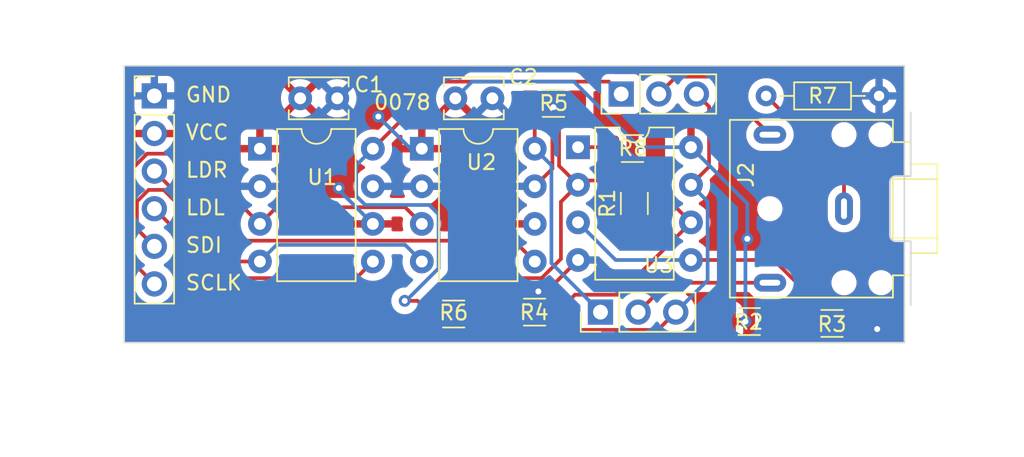
<source format=kicad_pcb>
(kicad_pcb (version 20221018) (generator pcbnew)
  (layers (0 "F.Cu" signal) (31 "B.Cu" signal) (34 "B.Paste" user) (35 "F.Paste" user) (36 "B.SilkS" user "B.Silkscreen") (37 "F.SilkS" user "F.Silkscreen") (38 "B.Mask" user) (39 "F.Mask" user) (44 "Edge.Cuts" user))
  (net 0 "")
  (net 1 "VCC")
  (net 2 "GND")
  (net 3 "Net-(J1-Pin_3)")
  (net 4 "Net-(J1-Pin_4)")
  (net 5 "Net-(J1-Pin_5)")
  (net 6 "Net-(J1-Pin_6)")
  (net 7 "Net-(J4-Pin_2)")
  (net 8 "Net-(J2-PadS)")
  (net 9 "Net-(J3-Pin_2)")
  (net 10 "Net-(J3-Pin_1)")
  (net 11 "Net-(J3-Pin_3)")
  (net 12 "Net-(J4-Pin_1)")
  (net 13 "Net-(U3B--)")
  (net 14 "Net-(U3A--)")
  (net 15 "Net-(U3A-+)")
  (net 16 "Net-(R1-Pad1)")
  (footprint "Connector_PinHeader_2.54mm:PinHeader_1x06_P2.54mm_Vertical" (layer "F.Cu") (at 147.066 113.792)
    (fp_text reference "J1" hide)
    (fp_text value "Conn_01x06" hide)
    (fp_line (start -1.33 -1.33) (end 0 -1.33) (stroke (width 0.12)) (layer "F.SilkS"))
    (fp_line (start -1.33 0) (end -1.33 -1.33) (stroke (width 0.12)) (layer "F.SilkS"))
    (fp_line (start -1.33 1.27) (end -1.33 14.03) (stroke (width 0.12)) (layer "F.SilkS"))
    (fp_line (start -1.33 1.27) (end 1.33 1.27) (stroke (width 0.12)) (layer "F.SilkS"))
    (fp_line (start -1.33 14.03) (end 1.33 14.03) (stroke (width 0.12)) (layer "F.SilkS"))
    (fp_line (start 1.33 1.27) (end 1.33 14.03) (stroke (width 0.12)) (layer "F.SilkS"))
    (pad "1" thru_hole rect (at 0 0) (size 1.7 1.7) (drill 1) (layers "*.Cu" "*.Mask") (net 2 "GND"))
    (pad "2" thru_hole oval (at 0 2.54) (size 1.7 1.7) (drill 1) (layers "*.Cu" "*.Mask") (net 1 "VCC"))
    (pad "3" thru_hole oval (at 0 5.08) (size 1.7 1.7) (drill 1) (layers "*.Cu" "*.Mask") (net 3 "Net-(J1-Pin_3)"))
    (pad "4" thru_hole oval (at 0 7.62) (size 1.7 1.7) (drill 1) (layers "*.Cu" "*.Mask") (net 4 "Net-(J1-Pin_4)"))
    (pad "5" thru_hole oval (at 0 10.16) (size 1.7 1.7) (drill 1) (layers "*.Cu" "*.Mask") (net 5 "Net-(J1-Pin_5)"))
    (pad "6" thru_hole oval (at 0 12.7) (size 1.7 1.7) (drill 1) (layers "*.Cu" "*.Mask") (net 6 "Net-(J1-Pin_6)"))
  )
  (footprint "Connector_Audio:Jack_3.5mm_CUI_SJ1-3523N_Horizontal" (layer "F.Cu") (at 193.595 121.412 90)
    (fp_text reference "J2" (at 2.286 -6.604 90) (layer "F.SilkS"))
    (fp_text value "AudioJack3")
    (fp_line (start -6 -7.7) (end 6 -7.7) (stroke (width 0.12)) (layer "F.SilkS"))
    (fp_line (start -6 3.3) (end -6 -7.7) (stroke (width 0.12)) (layer "F.SilkS"))
    (fp_line (start -4.5 3.3) (end -6 3.3) (stroke (width 0.12)) (layer "F.SilkS"))
    (fp_line (start -4.5 4.5) (end -4.5 3.3) (stroke (width 0.12)) (layer "F.SilkS"))
    (fp_line (start -3 4.5) (end -4.5 4.5) (stroke (width 0.12)) (layer "F.SilkS"))
    (fp_line (start -3 6.3) (end -3 4.5) (stroke (width 0.12)) (layer "F.SilkS"))
    (fp_line (start -2 3.3) (end -2 6.3) (stroke (width 0.12)) (layer "F.SilkS"))
    (fp_line (start 2 3.3) (end -2 3.3) (stroke (width 0.12)) (layer "F.SilkS"))
    (fp_line (start 2 6.3) (end 2 3.3) (stroke (width 0.12)) (layer "F.SilkS"))
    (fp_line (start 3 4.5) (end 3 6.3) (stroke (width 0.12)) (layer "F.SilkS"))
    (fp_line (start 3 6.3) (end -3 6.3) (stroke (width 0.12)) (layer "F.SilkS"))
    (fp_line (start 4.5 3.3) (end 4.5 4.5) (stroke (width 0.12)) (layer "F.SilkS"))
    (fp_line (start 4.5 4.5) (end 3 4.5) (stroke (width 0.12)) (layer "F.SilkS"))
    (fp_line (start 6 -7.7) (end 6 3.3) (stroke (width 0.12)) (layer "F.SilkS"))
    (fp_line (start 6 3.3) (end 4.5 3.3) (stroke (width 0.12)) (layer "F.SilkS"))
    (fp_line (start -2.2 3.5) (end -2.2 4.5) (stroke (width 0.12)) (layer "Edge.Cuts"))
    (fp_line (start -2.2 4.5) (end -6.5 4.5) (stroke (width 0.12)) (layer "Edge.Cuts"))
    (fp_line (start 1.8 3.1) (end -1.8 3.1) (stroke (width 0.12)) (layer "Edge.Cuts"))
    (fp_line (start 2.2 3.5) (end 2.2 4.5) (stroke (width 0.12)) (layer "Edge.Cuts"))
    (fp_line (start 2.2 4.5) (end 6.5 4.5) (stroke (width 0.12)) (layer "Edge.Cuts"))
    (fp_arc (start -2.2 3.5) (mid -2.082843 3.217158) (end -1.8 3.1) (stroke (width 0.12)) (layer "Edge.Cuts"))
    (fp_arc (start 1.8 3.1) (mid 2.082843 3.217157) (end 2.2 3.5) (stroke (width 0.12)) (layer "Edge.Cuts"))
    (pad "" np_thru_hole circle (at -5 0 90) (size 1.2 1.2) (drill 1.2) (layers "F&B.Cu" "*.Mask"))
    (pad "" np_thru_hole circle (at -5 2.5 90) (size 1.2 1.2) (drill 1.2) (layers "F&B.Cu" "*.Mask"))
    (pad "" np_thru_hole circle (at 0 -5 90) (size 1.2 1.2) (drill 1.2) (layers "F&B.Cu" "*.Mask"))
    (pad "" np_thru_hole circle (at 5 0 90) (size 1.2 1.2) (drill 1.2) (layers "F&B.Cu" "*.Mask"))
    (pad "" np_thru_hole circle (at 5 2.5 90) (size 1.2 1.2) (drill 1.2) (layers "F&B.Cu" "*.Mask"))
    (pad "R" thru_hole oval (at -5 -5 90) (size 1.2 2.2) (drill oval 0.4 1.4) (layers "*.Cu" "*.Mask") (net 7 "Net-(J4-Pin_2)"))
    (pad "S" thru_hole oval (at 0 0 90) (size 2.2 1.2) (drill oval 1.4 0.4) (layers "*.Cu" "*.Mask") (net 8 "Net-(J2-PadS)"))
    (pad "T" thru_hole oval (at 5 -5 270) (size 1.2 2.2) (drill oval 0.4 1.4) (layers "*.Cu" "*.Mask") (net 9 "Net-(J3-Pin_2)"))
  )
  (footprint "Resistor_SMD:R_1206_3216Metric_Pad1.30x1.75mm_HandSolder" (layer "F.Cu") (at 192.786 129.159)
    (fp_text reference "R3" (at 0.001529 0.055212) (layer "F.SilkS"))
    (fp_text value "10K")
    (fp_line (start -0.727064 -0.91) (end 0.727064 -0.91) (stroke (width 0.12)) (layer "F.SilkS"))
    (fp_line (start -0.727064 0.91) (end 0.727064 0.91) (stroke (width 0.12)) (layer "F.SilkS"))
    (pad "1" smd roundrect (at -1.55 0) (size 1.3 1.75) (layers "F.Cu" "F.Paste" "F.Mask") (roundrect_rratio 0.1923076923) (net 15 "Net-(U3A-+)"))
    (pad "2" smd roundrect (at 1.55 0) (size 1.3 1.75) (layers "F.Cu" "F.Paste" "F.Mask") (roundrect_rratio 0.1923076923) (net 2 "GND"))
  )
  (footprint "Connector_PinHeader_2.54mm:PinHeader_1x03_P2.54mm_Vertical" (layer "F.Cu") (at 178.562 113.665 90)
    (fp_text reference "J3" hide)
    (fp_text value "Conn_01x03" hide)
    (fp_line (start -1.33 -1.33) (end 0 -1.33) (stroke (width 0.12)) (layer "F.SilkS"))
    (fp_line (start -1.33 0) (end -1.33 -1.33) (stroke (width 0.12)) (layer "F.SilkS"))
    (fp_line (start -1.33 1.27) (end -1.33 6.41) (stroke (width 0.12)) (layer "F.SilkS"))
    (fp_line (start -1.33 1.27) (end 1.33 1.27) (stroke (width 0.12)) (layer "F.SilkS"))
    (fp_line (start -1.33 6.41) (end 1.33 6.41) (stroke (width 0.12)) (layer "F.SilkS"))
    (fp_line (start 1.33 1.27) (end 1.33 6.41) (stroke (width 0.12)) (layer "F.SilkS"))
    (pad "1" thru_hole rect (at 0 0 90) (size 1.7 1.7) (drill 1) (layers "*.Cu" "*.Mask") (net 10 "Net-(J3-Pin_1)"))
    (pad "2" thru_hole oval (at 0 2.54 90) (size 1.7 1.7) (drill 1) (layers "*.Cu" "*.Mask") (net 9 "Net-(J3-Pin_2)"))
    (pad "3" thru_hole oval (at 0 5.08 90) (size 1.7 1.7) (drill 1) (layers "*.Cu" "*.Mask") (net 11 "Net-(J3-Pin_3)"))
  )
  (footprint "Resistor_SMD:R_1206_3216Metric_Pad1.30x1.75mm_HandSolder" (layer "F.Cu") (at 187.198 129.032)
    (fp_text reference "R2" (at -0.029219 0.033278) (layer "F.SilkS"))
    (fp_text value "10K")
    (fp_line (start -0.727064 -0.91) (end 0.727064 -0.91) (stroke (width 0.12)) (layer "F.SilkS"))
    (fp_line (start -0.727064 0.91) (end 0.727064 0.91) (stroke (width 0.12)) (layer "F.SilkS"))
    (pad "1" smd roundrect (at -1.55 0) (size 1.3 1.75) (layers "F.Cu" "F.Paste" "F.Mask") (roundrect_rratio 0.1923076923) (net 1 "VCC"))
    (pad "2" smd roundrect (at 1.55 0) (size 1.3 1.75) (layers "F.Cu" "F.Paste" "F.Mask") (roundrect_rratio 0.1923076923) (net 15 "Net-(U3A-+)"))
  )
  (footprint "Package_DIP:DIP-8_W7.62mm" (layer "F.Cu") (at 165.11 117.358)
    (fp_text reference "U2" (at 4.02 0.914) (layer "F.SilkS"))
    (fp_text value "DAC7611")
    (fp_line (start 1.16 -1.33) (end 1.16 8.95) (stroke (width 0.12)) (layer "F.SilkS"))
    (fp_line (start 1.16 8.95) (end 6.46 8.95) (stroke (width 0.12)) (layer "F.SilkS"))
    (fp_line (start 2.81 -1.33) (end 1.16 -1.33) (stroke (width 0.12)) (layer "F.SilkS"))
    (fp_line (start 6.46 -1.33) (end 4.81 -1.33) (stroke (width 0.12)) (layer "F.SilkS"))
    (fp_line (start 6.46 8.95) (end 6.46 -1.33) (stroke (width 0.12)) (layer "F.SilkS"))
    (fp_arc (start 4.81 -1.33) (mid 3.81 -0.33) (end 2.81 -1.33) (stroke (width 0.12)) (layer "F.SilkS"))
    (pad "1" thru_hole rect (at 0 0) (size 1.6 1.6) (drill 0.8) (layers "*.Cu" "*.Mask") (net 1 "VCC"))
    (pad "2" thru_hole oval (at 0 2.54) (size 1.6 1.6) (drill 0.8) (layers "*.Cu" "*.Mask") (net 2 "GND"))
    (pad "3" thru_hole oval (at 0 5.08) (size 1.6 1.6) (drill 0.8) (layers "*.Cu" "*.Mask") (net 6 "Net-(J1-Pin_6)"))
    (pad "4" thru_hole oval (at 0 7.62) (size 1.6 1.6) (drill 0.8) (layers "*.Cu" "*.Mask") (net 5 "Net-(J1-Pin_5)"))
    (pad "5" thru_hole oval (at 7.62 7.62) (size 1.6 1.6) (drill 0.8) (layers "*.Cu" "*.Mask") (net 3 "Net-(J1-Pin_3)"))
    (pad "6" thru_hole oval (at 7.62 5.08) (size 1.6 1.6) (drill 0.8) (layers "*.Cu" "*.Mask") (net 1 "VCC"))
    (pad "7" thru_hole oval (at 7.62 2.54) (size 1.6 1.6) (drill 0.8) (layers "*.Cu" "*.Mask") (net 2 "GND"))
    (pad "8" thru_hole oval (at 7.62 0) (size 1.6 1.6) (drill 0.8) (layers "*.Cu" "*.Mask") (net 12 "Net-(J4-Pin_1)"))
  )
  (footprint "Capacitor_THT:C_Disc_D3.8mm_W2.6mm_P2.50mm" (layer "F.Cu") (at 167.372 113.954)
    (fp_text reference "C2" (at 4.586 -1.432) (layer "F.SilkS"))
    (fp_text value "100nF")
    (fp_line (start -0.77 -1.42) (end -0.77 -0.795) (stroke (width 0.12)) (layer "F.SilkS"))
    (fp_line (start -0.77 -1.42) (end 3.27 -1.42) (stroke (width 0.12)) (layer "F.SilkS"))
    (fp_line (start -0.77 0.795) (end -0.77 1.42) (stroke (width 0.12)) (layer "F.SilkS"))
    (fp_line (start -0.77 1.42) (end 3.27 1.42) (stroke (width 0.12)) (layer "F.SilkS"))
    (fp_line (start 3.27 -1.42) (end 3.27 -0.795) (stroke (width 0.12)) (layer "F.SilkS"))
    (fp_line (start 3.27 0.795) (end 3.27 1.42) (stroke (width 0.12)) (layer "F.SilkS"))
    (pad "1" thru_hole circle (at 0 0) (size 1.6 1.6) (drill 0.8) (layers "*.Cu" "*.Mask") (net 1 "VCC"))
    (pad "2" thru_hole circle (at 2.5 0) (size 1.6 1.6) (drill 0.8) (layers "*.Cu" "*.Mask") (net 2 "GND"))
  )
  (footprint "Connector_PinHeader_2.54mm:PinHeader_1x03_P2.54mm_Vertical" (layer "F.Cu") (at 177.165 128.397 90)
    (fp_text reference "J4" hide)
    (fp_text value "Conn_01x03" hide)
    (fp_line (start -1.33 -1.33) (end 0 -1.33) (stroke (width 0.12)) (layer "F.SilkS"))
    (fp_line (start -1.33 0) (end -1.33 -1.33) (stroke (width 0.12)) (layer "F.SilkS"))
    (fp_line (start -1.33 1.27) (end -1.33 6.41) (stroke (width 0.12)) (layer "F.SilkS"))
    (fp_line (start -1.33 1.27) (end 1.33 1.27) (stroke (width 0.12)) (layer "F.SilkS"))
    (fp_line (start -1.33 6.41) (end 1.33 6.41) (stroke (width 0.12)) (layer "F.SilkS"))
    (fp_line (start 1.33 1.27) (end 1.33 6.41) (stroke (width 0.12)) (layer "F.SilkS"))
    (pad "1" thru_hole rect (at 0 0 90) (size 1.7 1.7) (drill 1) (layers "*.Cu" "*.Mask") (net 12 "Net-(J4-Pin_1)"))
    (pad "2" thru_hole oval (at 0 2.54 90) (size 1.7 1.7) (drill 1) (layers "*.Cu" "*.Mask") (net 7 "Net-(J4-Pin_2)"))
    (pad "3" thru_hole oval (at 0 5.08 90) (size 1.7 1.7) (drill 1) (layers "*.Cu" "*.Mask") (net 11 "Net-(J3-Pin_3)"))
  )
  (footprint "Resistor_SMD:R_1206_3216Metric_Pad1.30x1.75mm_HandSolder" (layer "F.Cu") (at 179.324 117.348 180)
    (fp_text reference "R8" (at -0.028069 0.012189) (layer "F.SilkS"))
    (fp_text value "10K" hide)
    (fp_line (start -0.727064 -0.91) (end 0.727064 -0.91) (stroke (width 0.12)) (layer "F.SilkS"))
    (fp_line (start -0.727064 0.91) (end 0.727064 0.91) (stroke (width 0.12)) (layer "F.SilkS"))
    (pad "1" smd roundrect (at -1.55 0 180) (size 1.3 1.75) (layers "F.Cu" "F.Paste" "F.Mask") (roundrect_rratio 0.1923076923) (net 13 "Net-(U3B--)"))
    (pad "2" smd roundrect (at 1.55 0 180) (size 1.3 1.75) (layers "F.Cu" "F.Paste" "F.Mask") (roundrect_rratio 0.1923076923) (net 16 "Net-(R1-Pad1)"))
  )
  (footprint "Capacitor_THT:C_Disc_D3.8mm_W2.6mm_P2.50mm" (layer "F.Cu") (at 156.906 113.954)
    (fp_text reference "C1" (at 4.638 -0.924) (layer "F.SilkS"))
    (fp_text value "100nF")
    (fp_line (start -0.77 -1.42) (end -0.77 -0.795) (stroke (width 0.12)) (layer "F.SilkS"))
    (fp_line (start -0.77 -1.42) (end 3.27 -1.42) (stroke (width 0.12)) (layer "F.SilkS"))
    (fp_line (start -0.77 0.795) (end -0.77 1.42) (stroke (width 0.12)) (layer "F.SilkS"))
    (fp_line (start -0.77 1.42) (end 3.27 1.42) (stroke (width 0.12)) (layer "F.SilkS"))
    (fp_line (start 3.27 -1.42) (end 3.27 -0.795) (stroke (width 0.12)) (layer "F.SilkS"))
    (fp_line (start 3.27 0.795) (end 3.27 1.42) (stroke (width 0.12)) (layer "F.SilkS"))
    (pad "1" thru_hole circle (at 0 0) (size 1.6 1.6) (drill 0.8) (layers "*.Cu" "*.Mask") (net 1 "VCC"))
    (pad "2" thru_hole circle (at 2.5 0) (size 1.6 1.6) (drill 0.8) (layers "*.Cu" "*.Mask") (net 2 "GND"))
  )
  (footprint "Resistor_SMD:R_1206_3216Metric_Pad1.30x1.75mm_HandSolder" (layer "F.Cu") (at 173.99 114.3 180)
    (fp_text reference "R5" (at -0.021888 0.013876) (layer "F.SilkS"))
    (fp_text value "10K")
    (fp_line (start -0.727064 -0.91) (end 0.727064 -0.91) (stroke (width 0.12)) (layer "F.SilkS"))
    (fp_line (start -0.727064 0.91) (end 0.727064 0.91) (stroke (width 0.12)) (layer "F.SilkS"))
    (pad "1" smd roundrect (at -1.55 0 180) (size 1.3 1.75) (layers "F.Cu" "F.Paste" "F.Mask") (roundrect_rratio 0.1923076923) (net 14 "Net-(U3A--)"))
    (pad "2" smd roundrect (at 1.55 0 180) (size 1.3 1.75) (layers "F.Cu" "F.Paste" "F.Mask") (roundrect_rratio 0.1923076923) (net 12 "Net-(J4-Pin_1)"))
  )
  (footprint "Resistor_SMD:R_1206_3216Metric_Pad1.30x1.75mm_HandSolder" (layer "F.Cu") (at 179.451 121.057 90)
    (fp_text reference "R1" (at 0 -1.82 90) (layer "F.SilkS"))
    (fp_text value "10K")
    (fp_line (start -0.727064 -0.91) (end 0.727064 -0.91) (stroke (width 0.12)) (layer "F.SilkS"))
    (fp_line (start -0.727064 0.91) (end 0.727064 0.91) (stroke (width 0.12)) (layer "F.SilkS"))
    (pad "1" smd roundrect (at -1.55 0 90) (size 1.3 1.75) (layers "F.Cu" "F.Paste" "F.Mask") (roundrect_rratio 0.1923076923) (net 16 "Net-(R1-Pad1)"))
    (pad "2" smd roundrect (at 1.55 0 90) (size 1.3 1.75) (layers "F.Cu" "F.Paste" "F.Mask") (roundrect_rratio 0.1923076923) (net 14 "Net-(U3A--)"))
  )
  (footprint "Package_DIP:DIP-8_W7.62mm" (layer "F.Cu") (at 175.651 117.257)
    (fp_text reference "U3" (at 5.451 7.965) (layer "F.SilkS"))
    (fp_text value "LM358")
    (fp_line (start 1.16 -1.33) (end 1.16 8.95) (stroke (width 0.12)) (layer "F.SilkS"))
    (fp_line (start 1.16 8.95) (end 6.46 8.95) (stroke (width 0.12)) (layer "F.SilkS"))
    (fp_line (start 2.81 -1.33) (end 1.16 -1.33) (stroke (width 0.12)) (layer "F.SilkS"))
    (fp_line (start 6.46 -1.33) (end 4.81 -1.33) (stroke (width 0.12)) (layer "F.SilkS"))
    (fp_line (start 6.46 8.95) (end 6.46 -1.33) (stroke (width 0.12)) (layer "F.SilkS"))
    (fp_arc (start 4.81 -1.33) (mid 3.81 -0.33) (end 2.81 -1.33) (stroke (width 0.12)) (layer "F.SilkS"))
    (pad "1" thru_hole rect (at 0 0) (size 1.6 1.6) (drill 0.8) (layers "*.Cu" "*.Mask") (net 16 "Net-(R1-Pad1)"))
    (pad "2" thru_hole oval (at 0 2.54) (size 1.6 1.6) (drill 0.8) (layers "*.Cu" "*.Mask") (net 14 "Net-(U3A--)"))
    (pad "3" thru_hole oval (at 0 5.08) (size 1.6 1.6) (drill 0.8) (layers "*.Cu" "*.Mask") (net 15 "Net-(U3A-+)"))
    (pad "4" thru_hole oval (at 0 7.62) (size 1.6 1.6) (drill 0.8) (layers "*.Cu" "*.Mask") (net 2 "GND"))
    (pad "5" thru_hole oval (at 7.62 7.62) (size 1.6 1.6) (drill 0.8) (layers "*.Cu" "*.Mask") (net 15 "Net-(U3A-+)"))
    (pad "6" thru_hole oval (at 7.62 5.08) (size 1.6 1.6) (drill 0.8) (layers "*.Cu" "*.Mask") (net 13 "Net-(U3B--)"))
    (pad "7" thru_hole oval (at 7.62 2.54) (size 1.6 1.6) (drill 0.8) (layers "*.Cu" "*.Mask") (net 11 "Net-(J3-Pin_3)"))
    (pad "8" thru_hole oval (at 7.62 0) (size 1.6 1.6) (drill 0.8) (layers "*.Cu" "*.Mask") (net 1 "VCC"))
  )
  (footprint "Resistor_SMD:R_1206_3216Metric_Pad1.30x1.75mm_HandSolder" (layer "F.Cu") (at 172.72 128.397)
    (fp_text reference "R4" (at -0.030153 0.022709) (layer "F.SilkS"))
    (fp_text value "10K")
    (fp_line (start -0.727064 -0.91) (end 0.727064 -0.91) (stroke (width 0.12)) (layer "F.SilkS"))
    (fp_line (start -0.727064 0.91) (end 0.727064 0.91) (stroke (width 0.12)) (layer "F.SilkS"))
    (pad "1" smd roundrect (at -1.55 0) (size 1.3 1.75) (layers "F.Cu" "F.Paste" "F.Mask") (roundrect_rratio 0.1923076923) (net 11 "Net-(J3-Pin_3)"))
    (pad "2" smd roundrect (at 1.55 0) (size 1.3 1.75) (layers "F.Cu" "F.Paste" "F.Mask") (roundrect_rratio 0.1923076923) (net 13 "Net-(U3B--)"))
  )
  (footprint "Resistor_THT:R_Axial_DIN0204_L3.6mm_D1.6mm_P7.62mm_Horizontal" (layer "F.Cu") (at 188.341 113.792)
    (fp_text reference "R7" (at 3.81 0) (layer "F.SilkS"))
    (fp_text value "1K")
    (fp_line (start 0.94 0) (end 1.89 0) (stroke (width 0.12)) (layer "F.SilkS"))
    (fp_line (start 1.89 -0.92) (end 1.89 0.92) (stroke (width 0.12)) (layer "F.SilkS"))
    (fp_line (start 1.89 0.92) (end 5.73 0.92) (stroke (width 0.12)) (layer "F.SilkS"))
    (fp_line (start 5.73 -0.92) (end 1.89 -0.92) (stroke (width 0.12)) (layer "F.SilkS"))
    (fp_line (start 5.73 0.92) (end 5.73 -0.92) (stroke (width 0.12)) (layer "F.SilkS"))
    (fp_line (start 6.68 0) (end 5.73 0) (stroke (width 0.12)) (layer "F.SilkS"))
    (pad "1" thru_hole circle (at 0 0) (size 1.4 1.4) (drill 0.7) (layers "*.Cu" "*.Mask") (net 8 "Net-(J2-PadS)"))
    (pad "2" thru_hole oval (at 7.62 0) (size 1.4 1.4) (drill 0.7) (layers "*.Cu" "*.Mask") (net 2 "GND"))
  )
  (footprint "Package_DIP:DIP-8_W7.62mm" (layer "F.Cu") (at 154.188 117.358)
    (fp_text reference "U1" (at 4.202 1.93) (layer "F.SilkS"))
    (fp_text value "DAC7611")
    (fp_line (start 1.16 -1.33) (end 1.16 8.95) (stroke (width 0.12)) (layer "F.SilkS"))
    (fp_line (start 1.16 8.95) (end 6.46 8.95) (stroke (width 0.12)) (layer "F.SilkS"))
    (fp_line (start 2.81 -1.33) (end 1.16 -1.33) (stroke (width 0.12)) (layer "F.SilkS"))
    (fp_line (start 6.46 -1.33) (end 4.81 -1.33) (stroke (width 0.12)) (layer "F.SilkS"))
    (fp_line (start 6.46 8.95) (end 6.46 -1.33) (stroke (width 0.12)) (layer "F.SilkS"))
    (fp_arc (start 4.81 -1.33) (mid 3.81 -0.33) (end 2.81 -1.33) (stroke (width 0.12)) (layer "F.SilkS"))
    (pad "1" thru_hole rect (at 0 0) (size 1.6 1.6) (drill 0.8) (layers "*.Cu" "*.Mask") (net 1 "VCC"))
    (pad "2" thru_hole oval (at 0 2.54) (size 1.6 1.6) (drill 0.8) (layers "*.Cu" "*.Mask") (net 2 "GND"))
    (pad "3" thru_hole oval (at 0 5.08) (size 1.6 1.6) (drill 0.8) (layers "*.Cu" "*.Mask") (net 6 "Net-(J1-Pin_6)"))
    (pad "4" thru_hole oval (at 0 7.62) (size 1.6 1.6) (drill 0.8) (layers "*.Cu" "*.Mask") (net 5 "Net-(J1-Pin_5)"))
    (pad "5" thru_hole oval (at 7.62 7.62) (size 1.6 1.6) (drill 0.8) (layers "*.Cu" "*.Mask") (net 4 "Net-(J1-Pin_4)"))
    (pad "6" thru_hole oval (at 7.62 5.08) (size 1.6 1.6) (drill 0.8) (layers "*.Cu" "*.Mask") (net 1 "VCC"))
    (pad "7" thru_hole oval (at 7.62 2.54) (size 1.6 1.6) (drill 0.8) (layers "*.Cu" "*.Mask") (net 2 "GND"))
    (pad "8" thru_hole oval (at 7.62 0) (size 1.6 1.6) (drill 0.8) (layers "*.Cu" "*.Mask") (net 10 "Net-(J3-Pin_1)"))
  )
  (footprint "Resistor_SMD:R_1206_3216Metric_Pad1.30x1.75mm_HandSolder" (layer "F.Cu") (at 167.259 128.524 180)
    (fp_text reference "R6" (at -0.005358 0.087691) (layer "F.SilkS"))
    (fp_text value "10K")
    (fp_line (start -0.727064 -0.91) (end 0.727064 -0.91) (stroke (width 0.12)) (layer "F.SilkS"))
    (fp_line (start -0.727064 0.91) (end 0.727064 0.91) (stroke (width 0.12)) (layer "F.SilkS"))
    (pad "1" smd roundrect (at -1.55 0 180) (size 1.3 1.75) (layers "F.Cu" "F.Paste" "F.Mask") (roundrect_rratio 0.1923076923) (net 14 "Net-(U3A--)"))
    (pad "2" smd roundrect (at 1.55 0 180) (size 1.3 1.75) (layers "F.Cu" "F.Paste" "F.Mask") (roundrect_rratio 0.1923076923) (net 10 "Net-(J3-Pin_1)"))
  )
  (gr_rect (start 145.034 111.76) (end 197.667 130.452) (stroke (width 0.1)) (fill none) (layer "Edge.Cuts"))
  (gr_text "SDI" (at 149.098 124.46) (layer "F.SilkS") (effects (font (size 1 1)) (justify left bottom)))
  (gr_text "0078" (at 161.798 114.808) (layer "F.SilkS") (effects (font (size 1 1)) (justify left bottom)))
  (gr_text "GND" (at 149.098 114.3) (layer "F.SilkS") (effects (font (size 1 1)) (justify left bottom)))
  (gr_text "LDR" (at 149.098 119.38) (layer "F.SilkS") (effects (font (size 1 1)) (justify left bottom)))
  (gr_text "VCC" (at 149.098 116.84) (layer "F.SilkS") (effects (font (size 1 1)) (justify left bottom)))
  (gr_text "SCLK" (at 149.098 127) (layer "F.SilkS") (effects (font (size 1 1)) (justify left bottom)))
  (gr_text "LDL" (at 149.098 121.92) (layer "F.SilkS") (effects (font (size 1 1)) (justify left bottom)))
  (segment (start 185.648 129.032) (end 186.944 129.032) (width 0.25) (layer "F.Cu") (net 1))
  (via (at 162.179 115.189) (size 0.8) (drill 0.4) (layers "F.Cu" "B.Cu") (net 1))
  (via (at 159.512 120.015) (size 0.8) (drill 0.4) (layers "F.Cu" "B.Cu") (net 1))
  (via (at 186.944 129.032) (size 0.8) (drill 0.4) (layers "F.Cu" "B.Cu") (net 1))
  (via (at 187.071 123.444) (size 0.8) (drill 0.4) (layers "F.Cu" "B.Cu") (net 1))
  (segment (start 187.071 121.057) (end 183.271 117.257) (width 0.25) (layer "B.Cu") (net 1))
  (segment (start 179.804 117.257) (end 183.271 117.257) (width 0.25) (layer "B.Cu") (net 1))
  (segment (start 175.376 112.829) (end 179.804 117.257) (width 0.25) (layer "B.Cu") (net 1))
  (segment (start 164.348 117.358) (end 162.179 115.189) (width 0.25) (layer "B.Cu") (net 1))
  (segment (start 159.512 120.142) (end 159.512 120.015) (width 0.25) (layer "B.Cu") (net 1))
  (segment (start 167.372 113.954) (end 168.497 112.829) (width 0.25) (layer "B.Cu") (net 1))
  (segment (start 165.11 117.358) (end 164.348 117.358) (width 0.25) (layer "B.Cu") (net 1))
  (segment (start 186.944 129.032) (end 186.944 123.571) (width 0.25) (layer "B.Cu") (net 1))
  (segment (start 168.497 112.829) (end 175.376 112.829) (width 0.25) (layer "B.Cu") (net 1))
  (segment (start 161.808 122.438) (end 159.512 120.142) (width 0.25) (layer "B.Cu") (net 1))
  (segment (start 187.071 123.444) (end 187.071 121.057) (width 0.25) (layer "B.Cu") (net 1))
  (segment (start 186.944 123.571) (end 187.071 123.444) (width 0.25) (layer "B.Cu") (net 1))
  (segment (start 194.336 129.159) (end 195.453 129.159) (width 0.25) (layer "F.Cu") (net 2))
  (segment (start 175.651 124.877) (end 173.528 127) (width 0.25) (layer "F.Cu") (net 2))
  (segment (start 195.453 129.159) (end 195.834 129.54) (width 0.25) (layer "F.Cu") (net 2))
  (segment (start 172.73 119.898) (end 173.921 118.707) (width 0.25) (layer "F.Cu") (net 2))
  (segment (start 173.921 114.623) (end 173.99 114.554) (width 0.25) (layer "F.Cu") (net 2))
  (segment (start 173.921 118.707) (end 173.921 114.623) (width 0.25) (layer "F.Cu") (net 2))
  (segment (start 173.528 127) (end 172.974 127) (width 0.25) (layer "F.Cu") (net 2))
  (via (at 195.834 129.54) (size 0.8) (drill 0.4) (layers "F.Cu" "B.Cu") (net 2))
  (via (at 172.974 127) (size 0.8) (drill 0.4) (layers "F.Cu" "B.Cu") (net 2))
  (via (at 173.99 114.554) (size 0.8) (drill 0.4) (layers "F.Cu" "B.Cu") (net 2))
  (segment (start 151.765 123.571) (end 171.323 123.571) (width 0.25) (layer "F.Cu") (net 3))
  (segment (start 171.323 123.571) (end 172.73 124.978) (width 0.25) (layer "F.Cu") (net 3))
  (segment (start 147.066 118.872) (end 151.765 123.571) (width 0.25) (layer "F.Cu") (net 3))
  (segment (start 151.757 126.103) (end 160.683 126.103) (width 0.25) (layer "F.Cu") (net 4))
  (segment (start 147.066 121.412) (end 151.757 126.103) (width 0.25) (layer "F.Cu") (net 4))
  (segment (start 160.683 126.103) (end 161.808 124.978) (width 0.25) (layer "F.Cu") (net 4))
  (segment (start 152.535604 124.978) (end 154.188 124.978) (width 0.25) (layer "F.Cu") (net 5))
  (segment (start 146.673601 120.142698) (end 147.700302 120.142698) (width 0.25) (layer "F.Cu") (net 5))
  (segment (start 145.891 120.925299) (end 146.673601 120.142698) (width 0.25) (layer "F.Cu") (net 5))
  (segment (start 145.891 122.777) (end 145.891 120.925299) (width 0.25) (layer "F.Cu") (net 5))
  (segment (start 147.700302 120.142698) (end 152.535604 124.978) (width 0.25) (layer "F.Cu") (net 5))
  (segment (start 147.066 123.952) (end 145.891 122.777) (width 0.25) (layer "F.Cu") (net 5))
  (segment (start 155.313 123.853) (end 163.985 123.853) (width 0.25) (layer "B.Cu") (net 5))
  (segment (start 163.985 123.853) (end 165.11 124.978) (width 0.25) (layer "B.Cu") (net 5))
  (segment (start 154.188 124.978) (end 155.313 123.853) (width 0.25) (layer "B.Cu") (net 5))
  (segment (start 155.313 121.313) (end 163.985 121.313) (width 0.25) (layer "F.Cu") (net 6))
  (segment (start 154.188 122.438) (end 155.313 121.313) (width 0.25) (layer "F.Cu") (net 6))
  (segment (start 149.447 117.697) (end 154.188 122.438) (width 0.25) (layer "F.Cu") (net 6))
  (segment (start 145.441 118.835299) (end 146.579299 117.697) (width 0.25) (layer "F.Cu") (net 6))
  (segment (start 146.579299 117.697) (end 149.447 117.697) (width 0.25) (layer "F.Cu") (net 6))
  (segment (start 147.066 126.492) (end 145.441 124.867) (width 0.25) (layer "F.Cu") (net 6))
  (segment (start 163.985 121.313) (end 165.11 122.438) (width 0.25) (layer "F.Cu") (net 6))
  (segment (start 145.441 124.867) (end 145.441 118.835299) (width 0.25) (layer "F.Cu") (net 6))
  (segment (start 181.69 126.412) (end 188.595 126.412) (width 0.25) (layer "F.Cu") (net 7))
  (segment (start 179.705 128.397) (end 181.69 126.412) (width 0.25) (layer "F.Cu") (net 7))
  (segment (start 188.341 113.792) (end 193.595 119.046) (width 0.25) (layer "F.Cu") (net 8))
  (segment (start 193.595 119.046) (end 193.595 121.412) (width 0.25) (layer "F.Cu") (net 8))
  (segment (start 182.277 112.49) (end 184.673 112.49) (width 0.25) (layer "F.Cu") (net 9))
  (segment (start 184.673 112.49) (end 188.595 116.412) (width 0.25) (layer "F.Cu") (net 9))
  (segment (start 181.102 113.665) (end 182.277 112.49) (width 0.25) (layer "F.Cu") (net 9))
  (segment (start 164.82 127.635) (end 165.709 128.524) (width 0.25) (layer "F.Cu") (net 10))
  (segment (start 163.957 127.635) (end 164.82 127.635) (width 0.25) (layer "F.Cu") (net 10))
  (segment (start 161.808 117.358) (end 166.337 112.829) (width 0.25) (layer "F.Cu") (net 10))
  (segment (start 166.337 112.829) (end 177.726 112.829) (width 0.25) (layer "F.Cu") (net 10))
  (segment (start 177.726 112.829) (end 178.562 113.665) (width 0.25) (layer "F.Cu") (net 10))
  (via (at 163.957 127.635) (size 0.8) (drill 0.4) (layers "F.Cu" "B.Cu") (net 10))
  (segment (start 160.683 118.483) (end 160.683 120.551) (width 0.25) (layer "B.Cu") (net 10))
  (segment (start 165.608 121.158) (end 166.243 121.793) (width 0.25) (layer "B.Cu") (net 10))
  (segment (start 160.683 120.551) (end 161.29 121.158) (width 0.25) (layer "B.Cu") (net 10))
  (segment (start 166.243 121.793) (end 166.243 125.435991) (width 0.25) (layer "B.Cu") (net 10))
  (segment (start 161.29 121.158) (end 165.608 121.158) (width 0.25) (layer "B.Cu") (net 10))
  (segment (start 161.808 117.358) (end 160.683 118.483) (width 0.25) (layer "B.Cu") (net 10))
  (segment (start 166.243 125.435991) (end 164.043991 127.635) (width 0.25) (layer "B.Cu") (net 10))
  (segment (start 164.043991 127.635) (end 163.957 127.635) (width 0.25) (layer "B.Cu") (net 10))
  (segment (start 184.492 114.515) (end 184.492 118.576) (width 0.25) (layer "F.Cu") (net 11))
  (segment (start 183.642 113.665) (end 184.492 114.515) (width 0.25) (layer "F.Cu") (net 11))
  (segment (start 181.045 129.597) (end 182.245 128.397) (width 0.25) (layer "F.Cu") (net 11))
  (segment (start 184.492 118.576) (end 183.271 119.797) (width 0.25) (layer "F.Cu") (net 11))
  (segment (start 171.17 128.397) (end 172.37 129.597) (width 0.25) (layer "F.Cu") (net 11))
  (segment (start 172.37 129.597) (end 181.045 129.597) (width 0.25) (layer "F.Cu") (net 11))
  (segment (start 184.396 120.922) (end 184.396 126.246) (width 0.25) (layer "B.Cu") (net 11))
  (segment (start 183.271 119.797) (end 184.396 120.922) (width 0.25) (layer "B.Cu") (net 11))
  (segment (start 184.396 126.246) (end 182.245 128.397) (width 0.25) (layer "B.Cu") (net 11))
  (segment (start 172.73 114.59) (end 172.44 114.3) (width 0.25) (layer "F.Cu") (net 12))
  (segment (start 172.73 117.358) (end 172.73 114.59) (width 0.25) (layer "F.Cu") (net 12))
  (segment (start 173.855 118.483) (end 172.73 117.358) (width 0.25) (layer "B.Cu") (net 12))
  (segment (start 177.165 128.397) (end 173.855 125.087) (width 0.25) (layer "B.Cu") (net 12))
  (segment (start 173.855 125.087) (end 173.855 118.483) (width 0.25) (layer "B.Cu") (net 12))
  (segment (start 174.27 128.397) (end 175.445 127.222) (width 0.25) (layer "F.Cu") (net 13))
  (segment (start 181.298 117.772) (end 181.298 120.364) (width 0.25) (layer "F.Cu") (net 13))
  (segment (start 178.386 127.222) (end 183.271 122.337) (width 0.25) (layer "F.Cu") (net 13))
  (segment (start 175.445 127.222) (end 178.386 127.222) (width 0.25) (layer "F.Cu") (net 13))
  (segment (start 181.298 120.364) (end 183.271 122.337) (width 0.25) (layer "F.Cu") (net 13))
  (segment (start 180.874 117.348) (end 181.298 117.772) (width 0.25) (layer "F.Cu") (net 13))
  (segment (start 175.651 119.797) (end 174.371 118.517) (width 0.25) (layer "F.Cu") (net 14))
  (segment (start 171.23 126.103) (end 173.195991 126.103) (width 0.25) (layer "F.Cu") (net 14))
  (segment (start 168.809 128.524) (end 171.23 126.103) (width 0.25) (layer "F.Cu") (net 14))
  (segment (start 175.941 119.507) (end 175.651 119.797) (width 0.25) (layer "F.Cu") (net 14))
  (segment (start 179.451 119.507) (end 175.941 119.507) (width 0.25) (layer "F.Cu") (net 14))
  (segment (start 174.371 115.469) (end 175.54 114.3) (width 0.25) (layer "F.Cu") (net 14))
  (segment (start 173.195991 126.103) (end 174.498 124.800991) (width 0.25) (layer "F.Cu") (net 14))
  (segment (start 174.498 120.95) (end 175.651 119.797) (width 0.25) (layer "F.Cu") (net 14))
  (segment (start 174.371 118.517) (end 174.371 115.469) (width 0.25) (layer "F.Cu") (net 14))
  (segment (start 174.498 124.800991) (end 174.498 120.95) (width 0.25) (layer "F.Cu") (net 14))
  (segment (start 183.271 124.877) (end 188.868148 124.877) (width 0.25) (layer "F.Cu") (net 15))
  (segment (start 188.875 129.159) (end 188.748 129.032) (width 0.25) (layer "F.Cu") (net 15))
  (segment (start 191.236 129.159) (end 188.875 129.159) (width 0.25) (layer "F.Cu") (net 15))
  (segment (start 188.868148 124.877) (end 191.236 127.244852) (width 0.25) (layer "F.Cu") (net 15))
  (segment (start 191.236 127.244852) (end 191.236 129.159) (width 0.25) (layer "F.Cu") (net 15))
  (segment (start 178.191 124.877) (end 175.651 122.337) (width 0.25) (layer "B.Cu") (net 15))
  (segment (start 183.271 124.877) (end 178.191 124.877) (width 0.25) (layer "B.Cu") (net 15))
  (segment (start 180.848 121.21) (end 179.451 122.607) (width 0.25) (layer "F.Cu") (net 16))
  (segment (start 178.958 118.532) (end 180.3211 118.532) (width 0.25) (layer "F.Cu") (net 16))
  (segment (start 180.3211 118.532) (end 180.848 119.0589) (width 0.25) (layer "F.Cu") (net 16))
  (segment (start 175.651 117.257) (end 177.683 117.257) (width 0.25) (layer "F.Cu") (net 16))
  (segment (start 177.683 117.257) (end 177.774 117.348) (width 0.25) (layer "F.Cu") (net 16))
  (segment (start 177.774 117.348) (end 178.958 118.532) (width 0.25) (layer "F.Cu") (net 16))
  (segment (start 180.848 119.0589) (end 180.848 121.21) (width 0.25) (layer "F.Cu") (net 16))
  (zone (net 1) (net_name "VCC") (layer "F.Cu") (connect_pads (clearance 0.5)) (min_thickness 0.25) (fill yes (thermal_gap 0.5) (thermal_bridge_width 0.5))
    (polygon (pts (xy 143.256 110.744) (xy 201.295 109.093) (xy 201.93 135.001) (xy 143.256 130.81)))
  )
  (zone (net 2) (net_name "GND") (layer "B.Cu") (priority 1) (connect_pads (clearance 0.5)) (min_thickness 0.25) (fill yes (thermal_gap 0.5) (thermal_bridge_width 0.5))
    (polygon (pts (xy 139.954 108.204) (xy 204.851 107.315) (xy 205.74 138.176) (xy 136.652 134.62)))
  )
)
</source>
